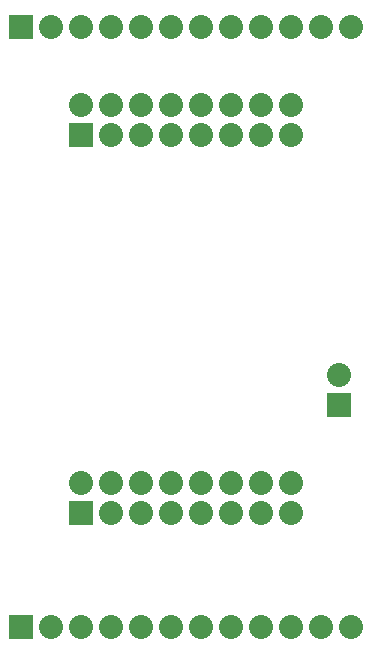
<source format=gbs>
G04 (created by PCBNEW-RS274X (2011-aug-04)-testing) date Wed 17 Apr 2013 04:09:18 PM PDT*
G01*
G70*
G90*
%MOIN*%
G04 Gerber Fmt 3.4, Leading zero omitted, Abs format*
%FSLAX34Y34*%
G04 APERTURE LIST*
%ADD10C,0.006000*%
%ADD11R,0.080000X0.080000*%
%ADD12C,0.080000*%
G04 APERTURE END LIST*
G54D10*
G54D11*
X31400Y-35800D03*
G54D12*
X31400Y-34800D03*
G54D11*
X20799Y-23200D03*
G54D12*
X21799Y-23200D03*
X22799Y-23200D03*
X23799Y-23200D03*
X24799Y-23200D03*
X25799Y-23200D03*
X26799Y-23200D03*
X27799Y-23200D03*
X28799Y-23200D03*
X29799Y-23200D03*
X30799Y-23200D03*
X31799Y-23200D03*
G54D11*
X20799Y-43197D03*
G54D12*
X21799Y-43197D03*
X22799Y-43197D03*
X23799Y-43197D03*
X24799Y-43197D03*
X25799Y-43197D03*
X26799Y-43197D03*
X27799Y-43197D03*
X28799Y-43197D03*
X29799Y-43197D03*
X30799Y-43197D03*
X31799Y-43197D03*
G54D11*
X22799Y-39398D03*
G54D12*
X22799Y-38398D03*
X23799Y-39398D03*
X23799Y-38398D03*
X24799Y-39398D03*
X24799Y-38398D03*
X25799Y-39398D03*
X25799Y-38398D03*
X26799Y-39398D03*
X26799Y-38398D03*
X27799Y-39398D03*
X27799Y-38398D03*
X28799Y-39398D03*
X28799Y-38398D03*
X29799Y-39398D03*
X29799Y-38398D03*
G54D11*
X22799Y-26799D03*
G54D12*
X22799Y-25799D03*
X23799Y-26799D03*
X23799Y-25799D03*
X24799Y-26799D03*
X24799Y-25799D03*
X25799Y-26799D03*
X25799Y-25799D03*
X26799Y-26799D03*
X26799Y-25799D03*
X27799Y-26799D03*
X27799Y-25799D03*
X28799Y-26799D03*
X28799Y-25799D03*
X29799Y-26799D03*
X29799Y-25799D03*
M02*

</source>
